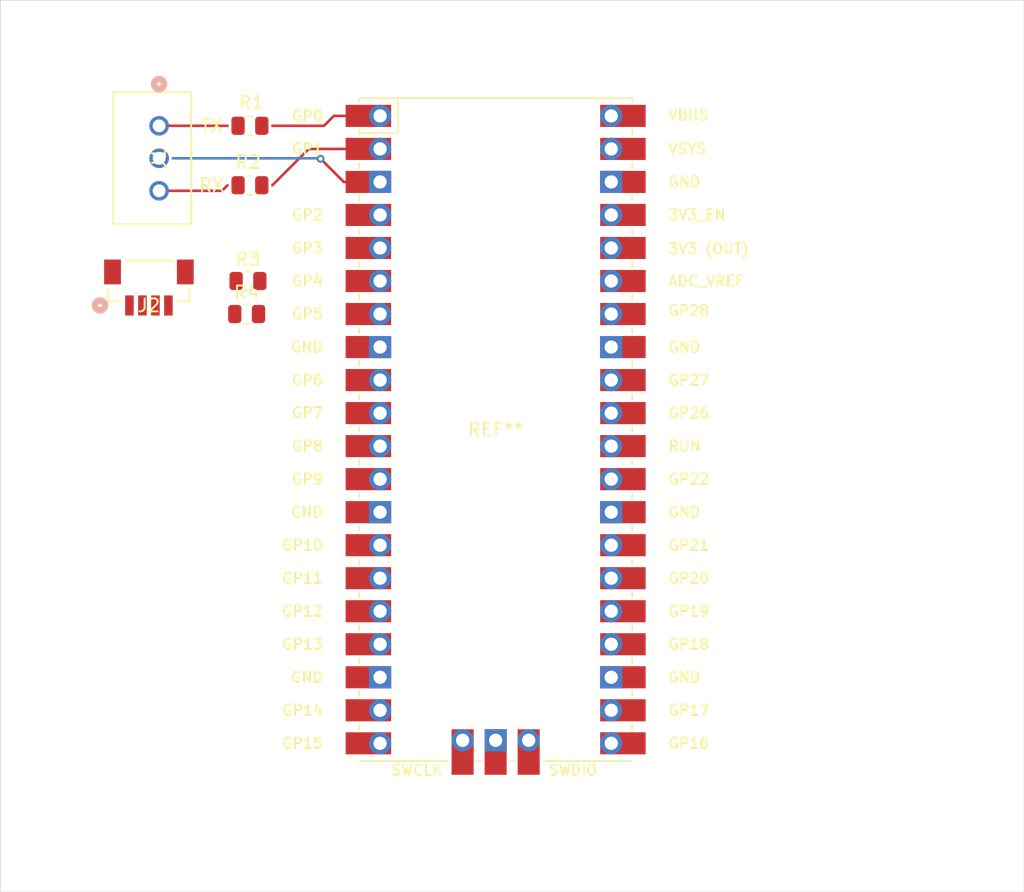
<source format=kicad_pcb>
(kicad_pcb (version 20240108) (generator "pcbnew") (generator_version "8.0")
  (layers (0 "F.Cu" signal) (31 "B.Cu" signal) (34 "B.Paste" user) (35 "F.Paste" user) (36 "B.SilkS" user "B.Silkscreen") (37 "F.SilkS" user "F.Silkscreen") (38 "B.Mask" user) (39 "F.Mask" user) (44 "Edge.Cuts" user))
  (net 0 "")
  (net 1 "GND")
  (net 2 "Net-(J1-Pad3)")
  (net 3 "Net-(J1-Pad1)")
  (net 4 "Net-(J2-Pad3)")
  (net 5 "+3V3")
  (net 6 "Net-(J2-Pad4)")
  (net 7 "/TX")
  (net 8 "/RX")
  (net 9 "/SDA")
  (net 10 "/SCL")
  (footprint "Ivan Hawkes:CONN4_BM04B-SRSS_JST" (layer "F.Cu") (at 36.83 39.37)
    (property "Reference" "J2" (at 0 1.882201 0) (layer "F.SilkS"))
    (property "Value" "BM04B-SRSS-TB")
    (fp_circle (center -3.7592 1.882201) (end -3.3782 1.882201) (stroke (width 0.508)) (fill none) (layer "B.SilkS"))
    (fp_line (start -3.1242 0.587441) (end -3.1242 1.5748) (stroke (width 0.1524)) (layer "F.SilkS"))
    (fp_line (start -3.1242 1.5748) (end -2.16294 1.5748) (stroke (width 0.1524)) (layer "F.SilkS"))
    (fp_line (start 1.819559 -1.5748) (end -1.819559 -1.5748) (stroke (width 0.1524)) (layer "F.SilkS"))
    (fp_line (start 2.16294 1.5748) (end 3.1242 1.5748) (stroke (width 0.1524)) (layer "F.SilkS"))
    (fp_line (start 3.1242 1.5748) (end 3.1242 0.587441) (stroke (width 0.1524)) (layer "F.SilkS"))
    (fp_circle (center -3.7592 1.882201) (end -3.3782 1.882201) (stroke (width 0.508)) (fill none) (layer "F.SilkS"))
    (pad "1" smd rect (at -1.5 1.882201) (size 0.6604 1.5494) (layers "F.Cu" "F.Paste" "F.Mask") (net 1 "GND"))
    (pad "2" smd rect (at -0.499999 1.882201) (size 0.6604 1.5494) (layers "F.Cu" "F.Paste" "F.Mask") (net 5 "+3V3"))
    (pad "3" smd rect (at 0.499999 1.882201) (size 0.6604 1.5494) (layers "F.Cu" "F.Paste" "F.Mask") (net 4 "Net-(J2-Pad3)"))
    (pad "4" smd rect (at 1.5 1.882201) (size 0.6604 1.5494) (layers "F.Cu" "F.Paste" "F.Mask") (net 6 "Net-(J2-Pad4)"))
    (pad "5" smd rect (at -2.799999 -0.697799) (size 1.2954 1.905) (layers "F.Cu" "F.Paste" "F.Mask"))
    (pad "6" smd rect (at 2.799999 -0.697799) (size 1.2954 1.905) (layers "F.Cu" "F.Paste" "F.Mask"))
  )
  (footprint "Ivan Hawkes:CONN_B3B-XH-A_JST" (layer "F.Cu") (at 37.613801 27.432 90)
    (property "Reference" "J1" (at -2.5 0 90) (layer "F.SilkS"))
    (property "Value" "B3B-XH-A")
    (fp_circle (center 3.215 0) (end 3.596 0) (stroke (width 0.508)) (fill none) (layer "B.SilkS"))
    (fp_line (start 2.58 -3.527001) (end -7.58 -3.527001) (stroke (width 0.1524)) (layer "F.SilkS"))
    (fp_line (start -7.58 -3.527001) (end -7.58 2.467399) (stroke (width 0.1524)) (layer "F.SilkS"))
    (fp_line (start 2.58 2.467399) (end 2.58 -3.527001) (stroke (width 0.1524)) (layer "F.SilkS"))
    (fp_line (start -7.58 2.467399) (end 2.58 2.467399) (stroke (width 0.1524)) (layer "F.SilkS"))
    (fp_circle (center 3.215 0) (end 3.596 0) (stroke (width 0.508)) (fill none) (layer "F.SilkS"))
    (pad "1" thru_hole circle (at 0 0 90) (size 1.4986 1.4986) (drill 0.9906) (layers "*.Cu" "*.Mask") (net 3 "Net-(J1-Pad1)"))
    (pad "2" thru_hole circle (at -2.5 0 90) (size 1.4986 1.4986) (drill 0.9906) (layers "*.Cu" "*.Mask") (net 1 "GND"))
    (pad "3" thru_hole circle (at -5 0 90) (size 1.4986 1.4986) (drill 0.9906) (layers "*.Cu" "*.Mask") (net 2 "Net-(J1-Pad3)"))
  )
  (footprint "Resistor_SMD:R_0805_2012Metric" (layer "F.Cu") (at 44.45 39.37)
    (property "Reference" "R3" (at 0 -1.65 0) (layer "F.SilkS"))
    (property "Value" "100")
    (fp_line (start -0.227064 -0.735) (end 0.227064 -0.735) (stroke (width 0.12)) (layer "F.SilkS"))
    (fp_line (start -0.227064 0.735) (end 0.227064 0.735) (stroke (width 0.12)) (layer "F.SilkS"))
    (pad "1" smd roundrect (at -0.9125 0) (size 1.025 1.4) (layers "F.Cu" "F.Paste" "F.Mask") (roundrect_rratio 0.243902) (net 9 "/SDA"))
    (pad "2" smd roundrect (at 0.9125 0) (size 1.025 1.4) (layers "F.Cu" "F.Paste" "F.Mask") (roundrect_rratio 0.243902) (net 4 "Net-(J2-Pad3)"))
  )
  (footprint "Resistor_SMD:R_0805_2012Metric" (layer "F.Cu") (at 44.6005 32.004)
    (property "Reference" "R2" (at -0.1505 -1.778 0) (layer "F.SilkS"))
    (property "Value" "100")
    (fp_line (start -0.227064 -0.735) (end 0.227064 -0.735) (stroke (width 0.12)) (layer "F.SilkS"))
    (fp_line (start -0.227064 0.735) (end 0.227064 0.735) (stroke (width 0.12)) (layer "F.SilkS"))
    (pad "1" smd roundrect (at -0.9125 0) (size 1.025 1.4) (layers "F.Cu" "F.Paste" "F.Mask") (roundrect_rratio 0.243902) (net 8 "/RX"))
    (pad "2" smd roundrect (at 0.9125 0) (size 1.025 1.4) (layers "F.Cu" "F.Paste" "F.Mask") (roundrect_rratio 0.243902) (net 2 "Net-(J1-Pad3)"))
  )
  (footprint "Resistor_SMD:R_0805_2012Metric" (layer "F.Cu") (at 44.3465 41.91)
    (property "Reference" "R4" (at 0 -1.65 0) (layer "F.SilkS"))
    (property "Value" "100")
    (fp_line (start -0.227064 -0.735) (end 0.227064 -0.735) (stroke (width 0.12)) (layer "F.SilkS"))
    (fp_line (start -0.227064 0.735) (end 0.227064 0.735) (stroke (width 0.12)) (layer "F.SilkS"))
    (pad "1" smd roundrect (at -0.9125 0) (size 1.025 1.4) (layers "F.Cu" "F.Paste" "F.Mask") (roundrect_rratio 0.243902) (net 10 "/SCL"))
    (pad "2" smd roundrect (at 0.9125 0) (size 1.025 1.4) (layers "F.Cu" "F.Paste" "F.Mask") (roundrect_rratio 0.243902) (net 6 "Net-(J2-Pad4)"))
  )
  (footprint "Resistor_SMD:R_0805_2012Metric" (layer "F.Cu") (at 44.6005 27.432)
    (property "Reference" "R1" (at 0.1035 -1.778 0) (layer "F.SilkS"))
    (property "Value" "100")
    (fp_line (start -0.227064 -0.735) (end 0.227064 -0.735) (stroke (width 0.12)) (layer "F.SilkS"))
    (fp_line (start -0.227064 0.735) (end 0.227064 0.735) (stroke (width 0.12)) (layer "F.SilkS"))
    (pad "1" smd roundrect (at -0.9125 0) (size 1.025 1.4) (layers "F.Cu" "F.Paste" "F.Mask") (roundrect_rratio 0.243902) (net 7 "/TX"))
    (pad "2" smd roundrect (at 0.9125 0) (size 1.025 1.4) (layers "F.Cu" "F.Paste" "F.Mask") (roundrect_rratio 0.243902) (net 3 "Net-(J1-Pad1)"))
  )
  (footprint "Ivan Hawkes:RPi_Pico_SMD_TH" (layer "F.Cu") (at 63.5 50.8)
    (property "Reference" "REF**" (at 0 0 0) (layer "F.SilkS"))
    (property "Value" "RPi_Pico_SMD_TH")
    (fp_line (start -10.5 -25.5) (end -10.5 -25.2) (stroke (width 0.12)) (layer "F.SilkS"))
    (fp_line (start -10.5 -25.5) (end 10.5 -25.5) (stroke (width 0.12)) (layer "F.SilkS"))
    (fp_line (start -10.5 -23.1) (end -10.5 -22.7) (stroke (width 0.12)) (layer "F.SilkS"))
    (fp_line (start -10.5 -22.833) (end -7.493 -22.833) (stroke (width 0.12)) (layer "F.SilkS"))
    (fp_line (start -10.5 -20.5) (end -10.5 -20.1) (stroke (width 0.12)) (layer "F.SilkS"))
    (fp_line (start -10.5 -18) (end -10.5 -17.6) (stroke (width 0.12)) (layer "F.SilkS"))
    (fp_line (start -10.5 -15.4) (end -10.5 -15) (stroke (width 0.12)) (layer "F.SilkS"))
    (fp_line (start -10.5 -12.9) (end -10.5 -12.5) (stroke (width 0.12)) (layer "F.SilkS"))
    (fp_line (start -10.5 -10.4) (end -10.5 -10) (stroke (width 0.12)) (layer "F.SilkS"))
    (fp_line (start -10.5 -7.8) (end -10.5 -7.4) (stroke (width 0.12)) (layer "F.SilkS"))
    (fp_line (start -10.5 -5.3) (end -10.5 -4.9) (stroke (width 0.12)) (layer "F.SilkS"))
    (fp_line (start -10.5 -2.7) (end -10.5 -2.3) (stroke (width 0.12)) (layer "F.SilkS"))
    (fp_line (start -10.5 -0.2) (end -10.5 0.2) (stroke (width 0.12)) (layer "F.SilkS"))
    (fp_line (start -10.5 2.3) (end -10.5 2.7) (stroke (width 0.12)) (layer "F.SilkS"))
    (fp_line (start -10.5 4.9) (end -10.5 5.3) (stroke (width 0.12)) (layer "F.SilkS"))
    (fp_line (start -10.5 7.4) (end -10.5 7.8) (stroke (width 0.12)) (layer "F.SilkS"))
    (fp_line (start -10.5 10) (end -10.5 10.4) (stroke (width 0.12)) (layer "F.SilkS"))
    (fp_line (start -10.5 12.5) (end -10.5 12.9) (stroke (width 0.12)) (layer "F.SilkS"))
    (fp_line (start -10.5 15.1) (end -10.5 15.5) (stroke (width 0.12)) (layer "F.SilkS"))
    (fp_line (start -10.5 17.6) (end -10.5 18) (stroke (width 0.12)) (layer "F.SilkS"))
    (fp_line (start -10.5 20.1) (end -10.5 20.5) (stroke (width 0.12)) (layer "F.SilkS"))
    (fp_line (start -10.5 22.7) (end -10.5 23.1) (stroke (width 0.12)) (layer "F.SilkS"))
    (fp_line (start -7.493 -22.833) (end -7.493 -25.5) (stroke (width 0.12)) (layer "F.SilkS"))
    (fp_line (start -3.7 25.5) (end -10.5 25.5) (stroke (width 0.12)) (layer "F.SilkS"))
    (fp_line (start -1.5 25.5) (end -1.1 25.5) (stroke (width 0.12)) (layer "F.SilkS"))
    (fp_line (start 1.1 25.5) (end 1.5 25.5) (stroke (width 0.12)) (layer "F.SilkS"))
    (fp_line (start 10.5 -25.5) (end 10.5 -25.2) (stroke (width 0.12)) (layer "F.SilkS"))
    (fp_line (start 10.5 -23.1) (end 10.5 -22.7) (stroke (width 0.12)) (layer "F.SilkS"))
    (fp_line (start 10.5 -20.5) (end 10.5 -20.1) (stroke (width 0.12)) (layer "F.SilkS"))
    (fp_line (start 10.5 -18) (end 10.5 -17.6) (stroke (width 0.12)) (layer "F.SilkS"))
    (fp_line (start 10.5 -15.4) (end 10.5 -15) (stroke (width 0.12)) (layer "F.SilkS"))
    (fp_line (start 10.5 -12.9) (end 10.5 -12.5) (stroke (width 0.12)) (layer "F.SilkS"))
    (fp_line (start 10.5 -10.4) (end 10.5 -10) (stroke (width 0.12)) (layer "F.SilkS"))
    (fp_line (start 10.5 -7.8) (end 10.5 -7.4) (stroke (width 0.12)) (layer "F.SilkS"))
    (fp_line (start 10.5 -5.3) (end 10.5 -4.9) (stroke (width 0.12)) (layer "F.SilkS"))
    (fp_line (start 10.5 -2.7) (end 10.5 -2.3) (stroke (width 0.12)) (layer "F.SilkS"))
    (fp_line (start 10.5 -0.2) (end 10.5 0.2) (stroke (width 0.12)) (layer "F.SilkS"))
    (fp_line (start 10.5 2.3) (end 10.5 2.7) (stroke (width 0.12)) (layer "F.SilkS"))
    (fp_line (start 10.5 4.9) (end 10.5 5.3) (stroke (width 0.12)) (layer "F.SilkS"))
    (fp_line (start 10.5 7.4) (end 10.5 7.8) (stroke (width 0.12)) (layer "F.SilkS"))
    (fp_line (start 10.5 10) (end 10.5 10.4) (stroke (width 0.12)) (layer "F.SilkS"))
    (fp_line (start 10.5 12.5) (end 10.5 12.9) (stroke (width 0.12)) (layer "F.SilkS"))
    (fp_line (start 10.5 15.1) (end 10.5 15.5) (stroke (width 0.12)) (layer "F.SilkS"))
    (fp_line (start 10.5 17.6) (end 10.5 18) (stroke (width 0.12)) (layer "F.SilkS"))
    (fp_line (start 10.5 20.1) (end 10.5 20.5) (stroke (width 0.12)) (layer "F.SilkS"))
    (fp_line (start 10.5 22.7) (end 10.5 23.1) (stroke (width 0.12)) (layer "F.SilkS"))
    (fp_line (start 10.5 25.5) (end 3.7 25.5) (stroke (width 0.12)) (layer "F.SilkS"))
    (fp_text user "GP18" (at 13.2 16.51 0) (layer "F.SilkS") (effects (font (size 0.8 0.8)) (justify left)))
    (fp_text user "GP1" (at -13.2 -21.6 0) (layer "F.SilkS") (effects (font (size 0.8 0.8)) (justify right)))
    (fp_text user "GP10" (at -13.2 8.89 0) (layer "F.SilkS") (effects (font (size 0.8 0.8)) (justify right)))
    (fp_text user "GND" (at 13.2 6.35 0) (layer "F.SilkS") (effects (font (size 0.8 0.8)) (justify left)))
    (fp_text user "GP22" (at 13.2 3.81 0) (layer "F.SilkS") (effects (font (size 0.8 0.8)) (justify left)))
    (fp_text user "GND" (at -13.2 19.05 0) (layer "F.SilkS") (effects (font (size 0.8 0.8)) (justify right)))
    (fp_text user "GP28" (at 13.2 -9.144 0) (layer "F.SilkS") (effects (font (size 0.8 0.8)) (justify left)))
    (fp_text user "GP5" (at -13.2 -8.89 0) (layer "F.SilkS") (effects (font (size 0.8 0.8)) (justify right)))
    (fp_text user "GP2" (at -13.2 -16.51 0) (layer "F.SilkS") (effects (font (size 0.8 0.8)) (justify right)))
    (fp_text user "GP20" (at 13.2 11.43 0) (layer "F.SilkS") (effects (font (size 0.8 0.8)) (justify left)))
    (fp_text user "SWCLK" (at -4 26.2 0) (layer "F.SilkS") (effects (font (size 0.8 0.8)) (justify right)))
    (fp_text user "GP11" (at -13.2 11.43 0) (layer "F.SilkS") (effects (font (size 0.8 0.8)) (justify right)))
    (fp_text user "RUN" (at 13.2 1.27 0) (layer "F.SilkS") (effects (font (size 0.8 0.8)) (justify left)))
    (fp_text user "GP15" (at -13.2 24.13 0) (layer "F.SilkS") (effects (font (size 0.8 0.8)) (justify right)))
    (fp_text user "3V3 (OUT)" (at 13.2 -13.9 0) (layer "F.SilkS") (effects (font (size 0.8 0.8)) (justify left)))
    (fp_text user "GP9" (at -13.2 3.81 0) (layer "F.SilkS") (effects (font (size 0.8 0.8)) (justify right)))
    (fp_text user "GP27" (at 13.2 -3.8 0) (layer "F.SilkS") (effects (font (size 0.8 0.8)) (justify left)))
    (fp_text user "VBUS" (at 13.2 -24.2 0) (layer "F.SilkS") (effects (font (size 0.8 0.8)) (justify left)))
    (fp_text user "SWDIO" (at 4 26.2 0) (layer "F.SilkS") (effects (font (size 0.8 0.8)) (justify left)))
    (fp_text user "GP4" (at -13.2 -11.43 0) (layer "F.SilkS") (effects (font (size 0.8 0.8)) (justify right)))
    (fp_text user "GP16" (at 13.2 24.13 0) (layer "F.SilkS") (effects (font (size 0.8 0.8)) (justify left)))
    (fp_text user "GND" (at -13.2 6.35 0) (layer "F.SilkS") (effects (font (size 0.8 0.8)) (justify right)))
    (fp_text user "GND" (at -13.2 -6.35 0) (layer "F.SilkS") (effects (font (size 0.8 0.8)) (justify right)))
    (fp_text user "3V3_EN" (at 13.2 -16.51 0) (layer "F.SilkS") (effects (font (size 0.8 0.8)) (justify left)))
    (fp_text user "GP8" (at -13.2 1.27 0) (layer "F.SilkS") (effects (font (size 0.8 0.8)) (justify right)))
    (fp_text user "GP6" (at -13.2 -3.81 0) (layer "F.SilkS") (effects (font (size 0.8 0.8)) (justify right)))
    (fp_text user "GP26" (at 13.2 -1.27 0) (layer "F.SilkS") (effects (font (size 0.8 0.8)) (justify left)))
    (fp_text user "GP19" (at 13.2 13.97 0) (layer "F.SilkS") (effects (font (size 0.8 0.8)) (justify left)))
    (fp_text user "GP0" (at -13.2 -24.13 0) (layer "F.SilkS") (effects (font (size 0.8 0.8)) (justify right)))
    (fp_text user "GND" (at 13.2 -6.35 0) (layer "F.SilkS") (effects (font (size 0.8 0.8)) (justify left)))
    (fp_text user "GP12" (at -13.2 13.97 0) (layer "F.SilkS") (effects (font (size 0.8 0.8)) (justify right)))
    (fp_text user "GP17" (at 13.2 21.59 0) (layer "F.SilkS") (effects (font (size 0.8 0.8)) (justify left)))
    (fp_text user "GP3" (at -13.2 -13.97 0) (layer "F.SilkS") (effects (font (size 0.8 0.8)) (justify right)))
    (fp_text user "GND" (at 13.2 -19.05 0) (layer "F.SilkS") (effects (font (size 0.8 0.8)) (justify left)))
    (fp_text user "GND" (at 13.2 19.05 0) (layer "F.SilkS") (effects (font (size 0.8 0.8)) (justify left)))
    (fp_text user "VSYS" (at 13.2 -21.59 0) (layer "F.SilkS") (effects (font (size 0.8 0.8)) (justify left)))
    (fp_text user "ADC_VREF" (at 13.2 -11.43 0) (layer "F.SilkS") (effects (font (size 0.8 0.8)) (justify left)))
    (fp_text user "GP7" (at -13.2 -1.3 0) (layer "F.SilkS") (effects (font (size 0.8 0.8)) (justify right)))
    (fp_text user "GP13" (at -13.2 16.51 0) (layer "F.SilkS") (effects (font (size 0.8 0.8)) (justify right)))
    (fp_text user "GP14" (at -13.2 21.59 0) (layer "F.SilkS") (effects (font (size 0.8 0.8)) (justify right)))
    (fp_text user "GP21" (at 13.2 8.9 0) (layer "F.SilkS") (effects (font (size 0.8 0.8)) (justify left)))
    (pad "1" thru_hole oval (at -8.89 -24.13) (size 1.7 1.7) (drill 1.02) (layers "*.Cu" "*.Mask"))
    (pad "1" smd rect (at -8.89 -24.13) (size 3.5 1.7) (drill (offset -0.9 0)) (layers "F.Cu" "F.Mask"))
    (pad "2" thru_hole oval (at -8.89 -21.59) (size 1.7 1.7) (drill 1.02) (layers "*.Cu" "*.Mask"))
    (pad "2" smd rect (at -8.89 -21.59) (size 3.5 1.7) (drill (offset -0.9 0)) (layers "F.Cu" "F.Mask"))
    (pad "3" thru_hole rect (at -8.89 -19.05) (size 1.7 1.7) (drill 1.02) (layers "*.Cu" "*.Mask"))
    (pad "3" smd rect (at -8.89 -19.05) (size 3.5 1.7) (drill (offset -0.9 0)) (layers "F.Cu" "F.Mask"))
    (pad "4" thru_hole oval (at -8.89 -16.51) (size 1.7 1.7) (drill 1.02) (layers "*.Cu" "*.Mask"))
    (pad "4" smd rect (at -8.89 -16.51) (size 3.5 1.7) (drill (offset -0.9 0)) (layers "F.Cu" "F.Mask"))
    (pad "5" thru_hole oval (at -8.89 -13.97) (size 1.7 1.7) (drill 1.02) (layers "*.Cu" "*.Mask"))
    (pad "5" smd rect (at -8.89 -13.97) (size 3.5 1.7) (drill (offset -0.9 0)) (layers "F.Cu" "F.Mask"))
    (pad "6" thru_hole oval (at -8.89 -11.43) (size 1.7 1.7) (drill 1.02) (layers "*.Cu" "*.Mask"))
    (pad "6" smd rect (at -8.89 -11.43) (size 3.5 1.7) (drill (offset -0.9 0)) (layers "F.Cu" "F.Mask"))
    (pad "7" thru_hole oval (at -8.89 -8.89) (size 1.7 1.7) (drill 1.02) (layers "*.Cu" "*.Mask"))
    (pad "7" smd rect (at -8.89 -8.89) (size 3.5 1.7) (drill (offset -0.9 0)) (layers "F.Cu" "F.Mask"))
    (pad "8" thru_hole rect (at -8.89 -6.35) (size 1.7 1.7) (drill 1.02) (layers "*.Cu" "*.Mask"))
    (pad "8" smd rect (at -8.89 -6.35) (size 3.5 1.7) (drill (offset -0.9 0)) (layers "F.Cu" "F.Mask"))
    (pad "9" thru_hole oval (at -8.89 -3.81) (size 1.7 1.7) (drill 1.02) (layers "*.Cu" "*.Mask"))
    (pad "9" smd rect (at -8.89 -3.81) (size 3.5 1.7) (drill (offset -0.9 0)) (layers "F.Cu" "F.Mask"))
    (pad "10" thru_hole oval (at -8.89 -1.27) (size 1.7 1.7) (drill 1.02) (layers "*.Cu" "*.Mask"))
    (pad "10" smd rect (at -8.89 -1.27) (size 3.5 1.7) (drill (offset -0.9 0)) (layers "F.Cu" "F.Mask"))
    (pad "11" thru_hole oval (at -8.89 1.27) (size 1.7 1.7) (drill 1.02) (layers "*.Cu" "*.Mask"))
    (pad "11" smd rect (at -8.89 1.27) (size 3.5 1.7) (drill (offset -0.9 0)) (layers "F.Cu" "F.Mask"))
    (pad "12" thru_hole oval (at -8.89 3.81) (size 1.7 1.7) (drill 1.02) (layers "*.Cu" "*.Mask"))
    (pad "12" smd rect (at -8.89 3.81) (size 3.5 1.7) (drill (offset -0.9 0)) (layers "F.Cu" "F.Mask"))
    (pad "13" thru_hole rect (at -8.89 6.35) (size 1.7 1.7) (drill 1.02) (layers "*.Cu" "*.Mask"))
    (pad "13" smd rect (at -8.89 6.35) (size 3.5 1.7) (drill (offset -0.9 0)) (layers "F.Cu" "F.Mask"))
    (pad "14" thru_hole oval (at -8.89 8.89) (size 1.7 1.7) (drill 1.02) (layers "*.Cu" "*.Mask"))
    (pad "14" smd rect (at -8.89 8.89) (size 3.5 1.7) (drill (offset -0.9 0)) (layers "F.Cu" "F.Mask"))
    (pad "15" thru_hole oval (at -8.89 11.43) (size 1.7 1.7) (drill 1.02) (layers "*.Cu" "*.Mask"))
    (pad "15" smd rect (at -8.89 11.43) (size 3.5 1.7) (drill (offset -0.9 0)) (layers "F.Cu" "F.Mask"))
    (pad "16" thru_hole oval (at -8.89 13.97) (size 1.7 1.7) (drill 1.02) (layers "*.Cu" "*.Mask"))
    (pad "16" smd rect (at -8.89 13.97) (size 3.5 1.7) (drill (offset -0.9 0)) (layers "F.Cu" "F.Mask"))
    (pad "17" thru_hole oval (at -8.89 16.51) (size 1.7 1.7) (drill 1.02) (layers "*.Cu" "*.Mask"))
    (pad "17" smd rect (at -8.89 16.51) (size 3.5 1.7) (drill (offset -0.9 0)) (layers "F.Cu" "F.Mask"))
    (pad "18" thru_hole rect (at -8.89 19.05) (size 1.7 1.7) (drill 1.02) (layers "*.Cu" "*.Mask"))
    (pad "18" smd rect (at -8.89 19.05) (size 3.5 1.7) (drill (offset -0.9 0)) (layers "F.Cu" "F.Mask"))
    (pad "19" thru_hole oval (at -8.89 21.59) (size 1.7 1.7) (drill 1.02) (layers "*.Cu" "*.Mask"))
    (pad "19" smd rect (at -8.89 21.59) (size 3.5 1.7) (drill (offset -0.9 0)) (layers "F.Cu" "F.Mask"))
    (pad "20" thru_hole oval (at -8.89 24.13) (size 1.7 1.7) (drill 1.02) (layers "*.Cu" "*.Mask"))
    (pad "20" smd rect (at -8.89 24.13) (size 3.5 1.7) (drill (offset -0.9 0)) (layers "F.Cu" "F.Mask"))
    (pad "21" thru_hole oval (at 8.89 24.13) (size 1.7 1.7) (drill 1.02) (layers "*.Cu" "*.Mask"))
    (pad "21" smd rect (at 8.89 24.13) (size 3.5 1.7) (drill (offset 0.9 0)) (layers "F.Cu" "F.Mask"))
    (pad "22" thru_hole oval (at 8.89 21.59) (size 1.7 1.7) (drill 1.02) (layers "*.Cu" "*.Mask"))
    (pad "22" smd rect (at 8.89 21.59) (size 3.5 1.7) (drill (offset 0.9 0)) (layers "F.Cu" "F.Mask"))
    (pad "23" thru_hole rect (at 8.89 19.05) (size 1.7 1.7) (drill 1.02) (layers "*.Cu" "*.Mask"))
    (pad "23" smd rect (at 8.89 19.05) (size 3.5 1.7) (drill (offset 0.9 0)) (layers "F.Cu" "F.Mask"))
    (pad "24" thru_hole oval (at 8.89 16.51) (size 1.7 1.7) (drill 1.02) (layers "*.Cu" "*.Mask"))
    (pad "24" smd rect (at 8.89 16.51) (size 3.5 1.7) (drill (offset 0.9 0)) (layers "F.Cu" "F.Mask"))
    (pad "25" thru_hole oval (at 8.89 13.97) (size 1.7 1.7) (drill 1.02) (layers "*.Cu" "*.Mask"))
    (pad "25" smd rect (at 8.89 13.97) (size 3.5 1.7) (drill (offset 0.9 0)) (layers "F.Cu" "F.Mask"))
    (pad "26" thru_hole oval (at 8.89 11.43) (size 1.7 1.7) (drill 1.02) (layers "*.Cu" "*.Mask"))
    (pad "26" smd rect (at 8.89 11.43) (size 3.5 1.7) (drill (offset 0.9 0)) (layers "F.Cu" "F.Mask"))
    (pad "27" thru_hole oval (at 8.89 8.89) (size 1.7 1.7) (drill 1.02) (layers "*.Cu" "*.Mask"))
    (pad "27" smd rect (at 8.89 8.89) (size 3.5 1.7) (drill (offset 0.9 0)) (layers "F.Cu" "F.Mask"))
    (pad "28" thru_hole rect (at 8.89 6.35) (size 1.7 1.7) (drill 1.02) (layers "*.Cu" "*.Mask"))
    (pad "28" smd rect (at 8.89 6.35) (size 3.5 1.7) (drill (offset 0.9 0)) (layers "F.Cu" "F.Mask"))
    (pad "29" thru_hole oval (at 8.89 3.81) (size 1.7 1.7) (drill 1.02) (layers "*.Cu" "*.Mask"))
    (pad "29" smd rect (at 8.89 3.81) (size 3.5 1.7) (drill (offset 0.9 0)) (layers "F.Cu" "F.Mask"))
    (pad "30" thru_hole oval (at 8.89 1.27) (size 1.7 1.7) (drill 1.02) (layers "*.Cu" "*.Mask"))
    (pad "30" smd rect (at 8.89 1.27) (size 3.5 1.7) (drill (offset 0.9 0)) (layers "F.Cu" "F.Mask"))
    (pad "31" thru_hole oval (at 8.89 -1.27) (size 1.7 1.7) (drill 1.02) (layers "*.Cu" "*.Mask"))
    (pad "31" smd rect (at 8.89 -1.27) (size 3.5 1.7) (drill (offset 0.9 0)) (layers "F.Cu" "F.Mask"))
    (pad "32" thru_hole oval (at 8.89 -3.81) (size 1.7 1.7) (drill 1.02) (layers "*.Cu" "*.Mask"))
    (pad "32" smd rect (at 8.89 -3.81) (size 3.5 1.7) (drill (offset 0.9 0)) (layers "F.Cu" "F.Mask"))
    (pad "33" thru_hole rect (at 8.89 -6.35) (size 1.7 1.7) (drill 1.02) (layers "*.Cu" "*.Mask"))
    (pad "33" smd rect (at 8.89 -6.35) (size 3.5 1.7) (drill (offset 0.9 0)) (layers "F.Cu" "F.Mask"))
    (pad "34" thru_hole oval (at 8.89 -8.89) (size 1.7 1.7) (drill 1.02) (layers "*.Cu" "*.Mask"))
    (pad "34" smd rect (at 8.89 -8.89) (size 3.5 1.7) (drill (offset 0.9 0)) (layers "F.Cu" "F.Mask"))
    (pad "35" thru_hole oval (at 8.89 -11.43) (size 1.7 1.7) (drill 1.02) (layers "*.Cu" "*.Mask"))
    (pad "35" smd rect (at 8.89 -11.43) (size 3.5 1.7) (drill (offset 0.9 0)) (layers "F.Cu" "F.Mask"))
    (pad "36" thru_hole oval (at 8.89 -13.97) (size 1.7 1.7) (drill 1.02) (layers "*.Cu" "*.Mask"))
    (pad "36" smd rect (at 8.89 -13.97) (size 3.5 1.7) (drill (offset 0.9 0)) (layers "F.Cu" "F.Mask"))
    (pad "37" thru_hole oval (at 8.89 -16.51) (size 1.7 1.7) (drill 1.02) (layers "*.Cu" "*.Mask"))
    (pad "37" smd rect (at 8.89 -16.51) (size 3.5 1.7) (drill (offset 0.9 0)) (layers "F.Cu" "F.Mask"))
    (pad "38" thru_hole rect (at 8.89 -19.05) (size 1.7 1.7) (drill 1.02) (layers "*.Cu" "*.Mask"))
    (pad "38" smd rect (at 8.89 -19.05) (size 3.5 1.7) (drill (offset 0.9 0)) (layers "F.Cu" "F.Mask"))
    (pad "39" thru_hole oval (at 8.89 -21.59) (size 1.7 1.7) (drill 1.02) (layers "*.Cu" "*.Mask"))
    (pad "39" smd rect (at 8.89 -21.59) (size 3.5 1.7) (drill (offset 0.9 0)) (layers "F.Cu" "F.Mask"))
    (pad "40" thru_hole oval (at 8.89 -24.13) (size 1.7 1.7) (drill 1.02) (layers "*.Cu" "*.Mask"))
    (pad "40" smd rect (at 8.89 -24.13) (size 3.5 1.7) (drill (offset 0.9 0)) (layers "F.Cu" "F.Mask"))
    (pad "41" thru_hole oval (at -2.54 23.9) (size 1.7 1.7) (drill 1.02) (layers "*.Cu" "*.Mask"))
    (pad "41" smd rect (at -2.54 23.9 90) (size 3.5 1.7) (drill (offset -0.9 0)) (layers "F.Cu" "F.Mask"))
    (pad "42" thru_hole rect (at 0 23.9) (size 1.7 1.7) (drill 1.02) (layers "*.Cu" "*.Mask"))
    (pad "42" smd rect (at 0 23.9 90) (size 3.5 1.7) (drill (offset -0.9 0)) (layers "F.Cu" "F.Mask"))
    (pad "43" thru_hole oval (at 2.54 23.9) (size 1.7 1.7) (drill 1.02) (layers "*.Cu" "*.Mask"))
    (pad "43" smd rect (at 2.54 23.9 90) (size 3.5 1.7) (drill (offset -0.9 0)) (layers "F.Cu" "F.Mask"))
  )
  (gr_rect (start 25.4 17.78) (end 104.14 86.36) (stroke (width 0.05)) (fill none) (layer "Edge.Cuts"))
  (gr_text "TX" (at 41.656 27.432 0) (layer "F.SilkS") (effects (font (size 1 1))))
  (gr_text "RX" (at 41.656 32.004 0) (layer "F.SilkS") (effects (font (size 1 1))))
  (segment (start 51.816 31.75) (end 54.61 31.75) (width 0.2) (layer "F.Cu") (net 0))
  (segment (start 49.1195 29.21) (end 46.3255 32.004) (width 0.2) (layer "F.Cu") (net 0))
  (segment (start 50.292 27.432) (end 46.3255 27.432) (width 0.2) (layer "F.Cu") (net 0))
  (segment (start 54.61 29.21) (end 49.1195 29.21) (width 0.2) (layer "F.Cu") (net 0))
  (segment (start 50.038 29.972) (end 51.816 31.75) (width 0.2) (layer "F.Cu") (net 0))
  (segment (start 54.61 26.67) (end 51.054 26.67) (width 0.2) (layer "F.Cu") (net 0))
  (segment (start 51.054 26.67) (end 50.292 27.432) (width 0.2) (layer "F.Cu") (net 0))
  (via (at 50.038 29.972) (size 0.6) (drill 0.3) (layers "F.Cu" "B.Cu") (net 0))
  (segment (start 49.998 29.932) (end 38.663101 29.932) (width 0.2) (layer "B.Cu") (net 0))
  (segment (start 50.038 29.972) (end 49.998 29.932) (width 0.2) (layer "B.Cu") (net 0))
  (segment (start 42.4475 32.432) (end 42.8755 32.004) (width 0.2) (layer "F.Cu") (net 2))
  (segment (start 37.613801 32.432) (end 42.4475 32.432) (width 0.2) (layer "F.Cu") (net 2))
  (segment (start 37.613801 27.432) (end 42.8755 27.432) (width 0.2) (layer "F.Cu") (net 3))
)
</source>
